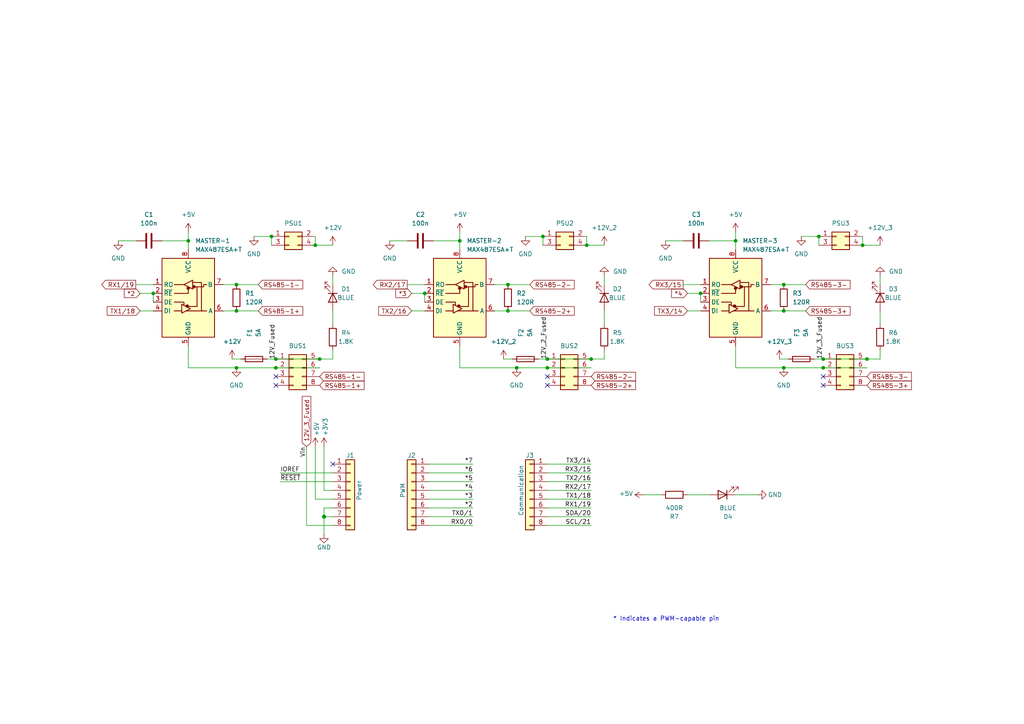
<source format=kicad_sch>
(kicad_sch (version 20211123) (generator eeschema)
  (paper "A4")
  (title_block (date "mar. 31 mars 2015"))
  (lib_symbols
    (symbol "+12V_1" (power) (pin_names (offset 0))
      (property "Value" "+12V" (at 0 5.08 0))
      (symbol "+12V_1_0_1"
        (polyline (pts (xy -0.762 1.27) (xy 0 2.54)))
        (polyline (pts (xy 0 0) (xy 0 2.54)))
        (polyline (pts (xy 0 2.54) (xy 0.762 1.27)))
      )
      (symbol "+12V_1_1_1"
        (pin power_in line (at 0 0 90) (length 0) hide (name "+12V_2") (number "1"))
      )
    )
    (symbol "+12V_2" (power) (pin_names (offset 0))
      (property "Value" "+12V_2" (at 0 5.08 0))
      (symbol "+12V_2_0_1"
        (polyline (pts (xy -0.762 1.27) (xy 0 2.54)))
        (polyline (pts (xy 0 0) (xy 0 2.54)))
        (polyline (pts (xy 0 2.54) (xy 0.762 1.27)))
      )
      (symbol "+12V_2_1_1"
        (pin power_in line (at 0 0 90) (length 0) hide (name "+12V_2") (number "1"))
      )
    )
    (symbol "+12V_3" (power) (pin_names (offset 0))
      (property "Value" "+12V_3" (at 0 5.08 0))
      (symbol "+12V_3_0_1"
        (polyline (pts (xy -0.762 1.27) (xy 0 2.54)))
        (polyline (pts (xy 0 0) (xy 0 2.54)))
        (polyline (pts (xy 0 2.54) (xy 0.762 1.27)))
      )
      (symbol "+12V_3_1_1"
        (pin power_in line (at 0 0 90) (length 0) hide (name "+12V_3") (number "1"))
      )
    )
    (symbol "+12V_4" (power) (pin_names (offset 0))
      (property "Value" "+12V_4" (at 0 5.08 0))
      (symbol "+12V_4_0_1"
        (polyline (pts (xy -0.762 1.27) (xy 0 2.54)))
        (polyline (pts (xy 0 0) (xy 0 2.54)))
        (polyline (pts (xy 0 2.54) (xy 0.762 1.27)))
      )
      (symbol "+12V_4_1_1"
        (pin power_in line (at 0 0 90) (length 0) hide (name "+12V_3") (number "1"))
      )
    )
    (symbol "A10:MAX487CPA+"
      (property "Reference" "U" (at -6.096 11.43 0))
      (property "Value" "MAX487CPA+" (at 0.762 11.43 0))
      (symbol "MAX487CPA+_0_1"
        (rectangle (start -7.62 10.16) (end 7.62 -12.7) (stroke (width 0.254)) (fill (type background)))
        (circle (center -0.3048 -3.683) (radius 0.3556) (stroke (width 0.254)) (fill (type outline)))
        (circle (center -0.0254 1.4986) (radius 0.3556) (stroke (width 0.254)) (fill (type outline)))
        (polyline (pts (xy -4.064 -5.08) (xy -1.905 -5.08)) (stroke (width 0.254)))
        (polyline (pts (xy -4.064 2.54) (xy -1.27 2.54)) (stroke (width 0.254)))
        (polyline (pts (xy -1.27 -3.2004) (xy -1.27 -3.4544)) (stroke (width 0.254)))
        (polyline (pts (xy -0.635 -5.08) (xy 5.334 -5.08)) (stroke (width 0.254)))
        (polyline (pts (xy -4.064 -2.54) (xy -1.27 -2.54) (xy -1.27 -3.175)) (stroke (width 0.254)))
        (polyline (pts (xy 0 1.27) (xy 0 0) (xy -4.064 0)) (stroke (width 0.254)))
        (polyline (pts (xy 1.27 3.175) (xy 3.81 3.175) (xy 3.81 -5.08)) (stroke (width 0.254)))
        (polyline (pts (xy 2.54 1.905) (xy 2.54 -3.81) (xy 0 -3.81)) (stroke (width 0.254)))
        (polyline (pts (xy -1.905 -3.175) (xy -1.905 -5.715) (xy 0.635 -4.445) (xy -1.905 -3.175)) (stroke (width 0.254)))
        (polyline (pts (xy -1.27 2.54) (xy 1.27 3.81) (xy 1.27 1.27) (xy -1.27 2.54)) (stroke (width 0.254)))
        (polyline (pts (xy 1.905 1.905) (xy 4.445 1.905) (xy 4.445 2.54) (xy 5.334 2.54)) (stroke (width 0.254)))
        (rectangle (start 1.27 3.175) (end 1.27 3.175))
        (circle (center 1.651 1.905) (radius 0.3556) (stroke (width 0.254)) (fill (type outline)))
      )
      (symbol "MAX487CPA+_1_1"
        (pin output line (at -10.16 2.54 0) (length 2.54) (name "RO") (number "1"))
        (pin input line (at -10.16 0 0) (length 2.54) (name "~{RE}") (number "2"))
        (pin input line (at -10.16 -2.54 0) (length 2.54) (name "DE") (number "3"))
        (pin input line (at -10.16 -5.08 0) (length 2.54) (name "DI") (number "4"))
        (pin power_in line (at 0 -15.24 90) (length 2.54) (name "GND") (number "5"))
        (pin bidirectional line (at 10.16 -5.08 180) (length 2.54) (name "A") (number "6"))
        (pin bidirectional line (at 10.16 2.54 180) (length 2.54) (name "B") (number "7"))
        (pin power_in line (at 0 12.7 270) (length 2.54) (name "VCC") (number "8"))
      )
    )
    (symbol "Connector_Generic:Conn_01x08" (pin_names (offset 1.016) hide)
      (property "Reference" "J" (at 0 10.16 0))
      (property "Value" "Conn_01x08" (at 0 -12.7 0))
      (symbol "Conn_01x08_1_1"
        (rectangle (start -1.27 -10.033) (end 0 -10.287) (stroke (width 0.1524)))
        (rectangle (start -1.27 -7.493) (end 0 -7.747) (stroke (width 0.1524)))
        (rectangle (start -1.27 -4.953) (end 0 -5.207) (stroke (width 0.1524)))
        (rectangle (start -1.27 -2.413) (end 0 -2.667) (stroke (width 0.1524)))
        (rectangle (start -1.27 0.127) (end 0 -0.127) (stroke (width 0.1524)))
        (rectangle (start -1.27 2.667) (end 0 2.413) (stroke (width 0.1524)))
        (rectangle (start -1.27 5.207) (end 0 4.953) (stroke (width 0.1524)))
        (rectangle (start -1.27 7.747) (end 0 7.493) (stroke (width 0.1524)))
        (rectangle (start -1.27 8.89) (end 1.27 -11.43) (stroke (width 0.254)) (fill (type background)))
        (pin passive line (at -5.08 7.62 0) (length 3.81) (name "Pin_1") (number "1"))
        (pin passive line (at -5.08 5.08 0) (length 3.81) (name "Pin_2") (number "2"))
        (pin passive line (at -5.08 2.54 0) (length 3.81) (name "Pin_3") (number "3"))
        (pin passive line (at -5.08 0 0) (length 3.81) (name "Pin_4") (number "4"))
        (pin passive line (at -5.08 -2.54 0) (length 3.81) (name "Pin_5") (number "5"))
        (pin passive line (at -5.08 -5.08 0) (length 3.81) (name "Pin_6") (number "6"))
        (pin passive line (at -5.08 -7.62 0) (length 3.81) (name "Pin_7") (number "7"))
        (pin passive line (at -5.08 -10.16 0) (length 3.81) (name "Pin_8") (number "8"))
      )
    )
    (symbol "Connector_Generic:Conn_02x02_Odd_Even" (pin_names (offset 1.016) hide)
      (property "Reference" "J" (at 1.27 2.54 0))
      (property "Value" "Conn_02x02_Odd_Even" (at 1.27 -5.08 0))
      (symbol "Conn_02x02_Odd_Even_1_1"
        (rectangle (start -1.27 -2.413) (end 0 -2.667) (stroke (width 0.1524)))
        (rectangle (start -1.27 0.127) (end 0 -0.127) (stroke (width 0.1524)))
        (rectangle (start -1.27 1.27) (end 3.81 -3.81) (stroke (width 0.254)) (fill (type background)))
        (rectangle (start 3.81 -2.413) (end 2.54 -2.667) (stroke (width 0.1524)))
        (rectangle (start 3.81 0.127) (end 2.54 -0.127) (stroke (width 0.1524)))
        (pin passive line (at -5.08 0 0) (length 3.81) (name "Pin_1") (number "1"))
        (pin passive line (at 7.62 0 180) (length 3.81) (name "Pin_2") (number "2"))
        (pin passive line (at -5.08 -2.54 0) (length 3.81) (name "Pin_3") (number "3"))
        (pin passive line (at 7.62 -2.54 180) (length 3.81) (name "Pin_4") (number "4"))
      )
    )
    (symbol "Connector_Generic:Conn_02x04_Top_Bottom" (pin_names (offset 1.016) hide)
      (property "Reference" "J" (at 1.27 5.08 0))
      (property "Value" "Conn_02x04_Top_Bottom" (at 1.27 -7.62 0))
      (symbol "Conn_02x04_Top_Bottom_1_1"
        (rectangle (start -1.27 -4.953) (end 0 -5.207) (stroke (width 0.1524)))
        (rectangle (start -1.27 -2.413) (end 0 -2.667) (stroke (width 0.1524)))
        (rectangle (start -1.27 0.127) (end 0 -0.127) (stroke (width 0.1524)))
        (rectangle (start -1.27 2.667) (end 0 2.413) (stroke (width 0.1524)))
        (rectangle (start -1.27 3.81) (end 3.81 -6.35) (stroke (width 0.254)) (fill (type background)))
        (rectangle (start 3.81 -4.953) (end 2.54 -5.207) (stroke (width 0.1524)))
        (rectangle (start 3.81 -2.413) (end 2.54 -2.667) (stroke (width 0.1524)))
        (rectangle (start 3.81 0.127) (end 2.54 -0.127) (stroke (width 0.1524)))
        (rectangle (start 3.81 2.667) (end 2.54 2.413) (stroke (width 0.1524)))
        (pin passive line (at -5.08 2.54 0) (length 3.81) (name "Pin_1") (number "1"))
        (pin passive line (at -5.08 0 0) (length 3.81) (name "Pin_2") (number "2"))
        (pin passive line (at -5.08 -2.54 0) (length 3.81) (name "Pin_3") (number "3"))
        (pin passive line (at -5.08 -5.08 0) (length 3.81) (name "Pin_4") (number "4"))
        (pin passive line (at 7.62 2.54 180) (length 3.81) (name "Pin_5") (number "5"))
        (pin passive line (at 7.62 0 180) (length 3.81) (name "Pin_6") (number "6"))
        (pin passive line (at 7.62 -2.54 180) (length 3.81) (name "Pin_7") (number "7"))
        (pin passive line (at 7.62 -5.08 180) (length 3.81) (name "Pin_8") (number "8"))
      )
    )
    (symbol "Device:C" (pin_numbers hide) (pin_names (offset 0.254))
      (property "Reference" "C" (at 0.635 2.54 0))
      (property "Value" "C" (at 0.635 -2.54 0))
      (symbol "C_0_1"
        (polyline (pts (xy -2.032 -0.762) (xy 2.032 -0.762)) (stroke (width 0.508)))
        (polyline (pts (xy -2.032 0.762) (xy 2.032 0.762)) (stroke (width 0.508)))
      )
      (symbol "C_1_1"
        (pin passive line (at 0 3.81 270) (length 2.794) (name "~") (number "1"))
        (pin passive line (at 0 -3.81 90) (length 2.794) (name "~") (number "2"))
      )
    )
    (symbol "Device:Fuse" (pin_numbers hide) (pin_names (offset 0))
      (property "Reference" "F" (at 2.032 0 90))
      (property "Value" "Fuse" (at -1.905 0 90))
      (symbol "Fuse_0_1"
        (rectangle (start -0.762 -2.54) (end 0.762 2.54) (stroke (width 0.254)))
        (polyline (pts (xy 0 2.54) (xy 0 -2.54)))
      )
      (symbol "Fuse_1_1"
        (pin passive line (at 0 3.81 270) (length 1.27) (name "~") (number "1"))
        (pin passive line (at 0 -3.81 90) (length 1.27) (name "~") (number "2"))
      )
    )
    (symbol "Device:LED" (pin_numbers hide) (pin_names (offset 1.016) hide)
      (property "Reference" "D" (at 0 2.54 0))
      (property "Value" "LED" (at 0 -2.54 0))
      (symbol "LED_0_1"
        (polyline (pts (xy -1.27 -1.27) (xy -1.27 1.27)) (stroke (width 0.254)))
        (polyline (pts (xy -1.27 0) (xy 1.27 0)))
        (polyline (pts (xy 1.27 -1.27) (xy 1.27 1.27) (xy -1.27 0) (xy 1.27 -1.27)) (stroke (width 0.254)))
        (polyline (pts (xy -3.048 -0.762) (xy -4.572 -2.286) (xy -3.81 -2.286) (xy -4.572 -2.286) (xy -4.572 -1.524)))
        (polyline (pts (xy -1.778 -0.762) (xy -3.302 -2.286) (xy -2.54 -2.286) (xy -3.302 -2.286) (xy -3.302 -1.524)))
      )
      (symbol "LED_1_1"
        (pin passive line (at -3.81 0 0) (length 2.54) (name "K") (number "1"))
        (pin passive line (at 3.81 0 180) (length 2.54) (name "A") (number "2"))
      )
    )
    (symbol "Device:R" (pin_numbers hide) (pin_names (offset 0))
      (property "Reference" "R" (at 2.032 0 90))
      (property "Value" "R" (at 0 0 90))
      (symbol "R_0_1"
        (rectangle (start -1.016 -2.54) (end 1.016 2.54) (stroke (width 0.254)))
      )
      (symbol "R_1_1"
        (pin passive line (at 0 3.81 270) (length 1.27) (name "~") (number "1"))
        (pin passive line (at 0 -3.81 90) (length 1.27) (name "~") (number "2"))
      )
    )
    (symbol "power:+12V" (power) (pin_names (offset 0))
      (property "Value" "+12V" (at 0 3.556 0))
      (symbol "+12V_0_1"
        (polyline (pts (xy -0.762 1.27) (xy 0 2.54)))
        (polyline (pts (xy 0 0) (xy 0 2.54)))
        (polyline (pts (xy 0 2.54) (xy 0.762 1.27)))
      )
      (symbol "+12V_1_1"
        (pin power_in line (at 0 0 90) (length 0) hide (name "+12V") (number "1"))
      )
    )
    (symbol "power:+3V3" (power) (pin_names (offset 0))
      (property "Value" "+3V3" (at 0 3.556 0))
      (symbol "+3V3_0_1"
        (polyline (pts (xy -0.762 1.27) (xy 0 2.54)))
        (polyline (pts (xy 0 0) (xy 0 2.54)))
        (polyline (pts (xy 0 2.54) (xy 0.762 1.27)))
      )
      (symbol "+3V3_1_1"
        (pin power_in line (at 0 0 90) (length 0) hide (name "+3V3") (number "1"))
      )
    )
    (symbol "power:+5V" (power) (pin_names (offset 0))
      (property "Value" "+5V" (at 0 3.556 0))
      (symbol "+5V_0_1"
        (polyline (pts (xy -0.762 1.27) (xy 0 2.54)))
        (polyline (pts (xy 0 0) (xy 0 2.54)))
        (polyline (pts (xy 0 2.54) (xy 0.762 1.27)))
      )
      (symbol "+5V_1_1"
        (pin power_in line (at 0 0 90) (length 0) hide (name "+5V") (number "1"))
      )
    )
    (symbol "power:GND" (power) (pin_names (offset 0))
      (property "Value" "GND" (at 0 -3.81 0))
      (symbol "GND_0_1"
        (polyline (pts (xy 0 0) (xy 0 -1.27) (xy 1.27 -1.27) (xy 0 -2.54) (xy -1.27 -1.27) (xy 0 -1.27)))
      )
      (symbol "GND_1_1"
        (pin power_in line (at 0 0 270) (length 0) hide (name "GND") (number "1"))
      )
    )
  )
  (junction (at 80.01 106.68))
  (junction (at 123.19 85.09))
  (junction (at 80.01 104.14))
  (junction (at 171.45 104.14))
  (junction (at 44.45 85.09))
  (junction (at 238.76 106.68))
  (junction (at 149.86 106.68))
  (junction (at 158.75 106.68))
  (junction (at 68.58 90.17))
  (junction (at 93.98 149.86) (diameter 1.016))
  (junction (at 68.58 82.55))
  (junction (at 158.75 104.14))
  (junction (at 78.74 68.58))
  (junction (at 237.49 68.58))
  (junction (at 157.48 68.58))
  (junction (at 68.58 106.68))
  (junction (at 54.61 69.85))
  (junction (at 203.2 85.09))
  (junction (at 91.44 71.12))
  (junction (at 227.33 82.55))
  (junction (at 133.35 69.85))
  (junction (at 147.32 82.55))
  (junction (at 238.76 104.14))
  (junction (at 147.32 90.17))
  (junction (at 227.33 90.17))
  (junction (at 251.46 104.14))
  (junction (at 250.19 71.12))
  (junction (at 170.18 71.12))
  (junction (at 92.71 104.14))
  (junction (at 213.36 69.85))
  (junction (at 227.33 106.68))
  (no_connect (at 80.01 109.22))
  (no_connect (at 158.75 111.76))
  (no_connect (at 238.76 109.22))
  (no_connect (at 158.75 109.22))
  (no_connect (at 96.52 134.62))
  (no_connect (at 80.01 111.76))
  (no_connect (at 238.76 111.76))
  (wire (pts (xy 251.46 104.14) (xy 255.27 104.14)))
  (wire (pts (xy 124.46 152.4) (xy 137.16 152.4)))
  (wire (pts (xy 73.66 68.58) (xy 78.74 68.58)))
  (wire (pts (xy 250.19 71.12) (xy 255.27 71.12)))
  (wire (pts (xy 146.05 104.14) (xy 148.59 104.14)))
  (wire (pts (xy 213.36 69.85) (xy 213.36 72.39)))
  (wire (pts (xy 250.19 68.58) (xy 250.19 71.12)))
  (wire (pts (xy 255.27 90.17) (xy 255.27 93.98)))
  (wire (pts (xy 170.18 68.58) (xy 170.18 71.12)))
  (wire (pts (xy 92.71 104.14) (xy 96.52 104.14)))
  (wire (pts (xy 125.73 69.85) (xy 133.35 69.85)))
  (wire (pts (xy 68.58 106.68) (xy 80.01 106.68)))
  (wire (pts (xy 158.75 139.7) (xy 171.45 139.7)))
  (wire (pts (xy 93.98 147.32) (xy 93.98 149.86)))
  (wire (pts (xy 198.12 82.55) (xy 203.2 82.55)))
  (wire (pts (xy 205.74 143.51) (xy 199.39 143.51)))
  (wire (pts (xy 133.35 69.85) (xy 133.35 72.39)))
  (wire (pts (xy 44.45 85.09) (xy 44.45 87.63)))
  (wire (pts (xy 80.01 104.14) (xy 92.71 104.14)))
  (wire (pts (xy 193.04 69.85) (xy 198.12 69.85)))
  (wire (pts (xy 93.98 149.86) (xy 93.98 154.94)))
  (wire (pts (xy 143.51 82.55) (xy 147.32 82.55)))
  (wire (pts (xy 93.98 142.24) (xy 96.52 142.24)))
  (wire (pts (xy 91.44 144.78) (xy 96.52 144.78)))
  (wire (pts (xy 91.44 129.54) (xy 91.44 144.78)))
  (wire (pts (xy 118.11 82.55) (xy 123.19 82.55)))
  (wire (pts (xy 255.27 104.14) (xy 255.27 101.6)))
  (wire (pts (xy 80.01 106.68) (xy 92.71 106.68)))
  (wire (pts (xy 93.98 129.54) (xy 93.98 142.24)))
  (wire (pts (xy 124.46 134.62) (xy 137.16 134.62)))
  (wire (pts (xy 152.4 68.58) (xy 157.48 68.58)))
  (wire (pts (xy 158.75 106.68) (xy 171.45 106.68)))
  (wire (pts (xy 223.52 90.17) (xy 227.33 90.17)))
  (wire (pts (xy 124.46 137.16) (xy 137.16 137.16)))
  (wire (pts (xy 237.49 68.58) (xy 237.49 71.12)))
  (wire (pts (xy 133.35 100.33) (xy 133.35 106.68)))
  (wire (pts (xy 158.75 147.32) (xy 171.45 147.32)))
  (wire (pts (xy 96.52 90.17) (xy 96.52 93.98)))
  (wire (pts (xy 213.36 100.33) (xy 213.36 106.68)))
  (wire (pts (xy 213.36 106.68) (xy 227.33 106.68)))
  (wire (pts (xy 232.41 68.58) (xy 237.49 68.58)))
  (wire (pts (xy 175.26 104.14) (xy 175.26 101.6)))
  (wire (pts (xy 236.22 104.14) (xy 238.76 104.14)))
  (wire (pts (xy 147.32 90.17) (xy 153.67 90.17)))
  (wire (pts (xy 119.38 85.09) (xy 123.19 85.09)))
  (wire (pts (xy 199.39 85.09) (xy 203.2 85.09)))
  (wire (pts (xy 213.36 67.31) (xy 213.36 69.85)))
  (wire (pts (xy 124.46 142.24) (xy 137.16 142.24)))
  (wire (pts (xy 78.74 68.58) (xy 78.74 71.12)))
  (wire (pts (xy 226.06 104.14) (xy 228.6 104.14)))
  (wire (pts (xy 81.28 137.16) (xy 96.52 137.16)))
  (wire (pts (xy 54.61 67.31) (xy 54.61 69.85)))
  (wire (pts (xy 113.03 69.85) (xy 118.11 69.85)))
  (wire (pts (xy 227.33 106.68) (xy 238.76 106.68)))
  (wire (pts (xy 133.35 67.31) (xy 133.35 69.85)))
  (wire (pts (xy 158.75 137.16) (xy 171.45 137.16)))
  (wire (pts (xy 143.51 90.17) (xy 147.32 90.17)))
  (wire (pts (xy 54.61 69.85) (xy 54.61 72.39)))
  (wire (pts (xy 175.26 90.17) (xy 175.26 93.98)))
  (wire (pts (xy 219.71 143.51) (xy 213.36 143.51)))
  (wire (pts (xy 158.75 152.4) (xy 171.45 152.4)))
  (wire (pts (xy 238.76 104.14) (xy 251.46 104.14)))
  (wire (pts (xy 238.76 106.68) (xy 251.46 106.68)))
  (wire (pts (xy 54.61 100.33) (xy 54.61 106.68)))
  (wire (pts (xy 158.75 144.78) (xy 171.45 144.78)))
  (wire (pts (xy 34.29 69.85) (xy 39.37 69.85)))
  (wire (pts (xy 67.31 104.14) (xy 69.85 104.14)))
  (wire (pts (xy 149.86 106.68) (xy 158.75 106.68)))
  (wire (pts (xy 68.58 82.55) (xy 74.93 82.55)))
  (wire (pts (xy 81.28 139.7) (xy 96.52 139.7)))
  (wire (pts (xy 186.69 143.51) (xy 191.77 143.51)))
  (wire (pts (xy 158.75 134.62) (xy 171.45 134.62)))
  (wire (pts (xy 96.52 149.86) (xy 93.98 149.86)))
  (wire (pts (xy 133.35 106.68) (xy 149.86 106.68)))
  (wire (pts (xy 175.26 80.01) (xy 175.26 82.55)))
  (wire (pts (xy 199.39 90.17) (xy 203.2 90.17)))
  (wire (pts (xy 255.27 80.01) (xy 255.27 82.55)))
  (wire (pts (xy 91.44 71.12) (xy 96.52 71.12)))
  (wire (pts (xy 96.52 80.01) (xy 96.52 82.55)))
  (wire (pts (xy 96.52 152.4) (xy 88.9 152.4)))
  (wire (pts (xy 40.64 85.09) (xy 44.45 85.09)))
  (wire (pts (xy 91.44 68.58) (xy 91.44 71.12)))
  (wire (pts (xy 39.37 82.55) (xy 44.45 82.55)))
  (wire (pts (xy 123.19 85.09) (xy 123.19 87.63)))
  (wire (pts (xy 205.74 69.85) (xy 213.36 69.85)))
  (wire (pts (xy 227.33 82.55) (xy 233.68 82.55)))
  (wire (pts (xy 64.77 90.17) (xy 68.58 90.17)))
  (wire (pts (xy 158.75 142.24) (xy 171.45 142.24)))
  (wire (pts (xy 227.33 90.17) (xy 233.68 90.17)))
  (wire (pts (xy 96.52 147.32) (xy 93.98 147.32)))
  (wire (pts (xy 157.48 68.58) (xy 157.48 71.12)))
  (wire (pts (xy 124.46 139.7) (xy 137.16 139.7)))
  (wire (pts (xy 203.2 85.09) (xy 203.2 87.63)))
  (wire (pts (xy 96.52 104.14) (xy 96.52 101.6)))
  (wire (pts (xy 158.75 149.86) (xy 171.45 149.86)))
  (wire (pts (xy 68.58 90.17) (xy 74.93 90.17)))
  (wire (pts (xy 54.61 106.68) (xy 68.58 106.68)))
  (wire (pts (xy 77.47 104.14) (xy 80.01 104.14)))
  (wire (pts (xy 46.99 69.85) (xy 54.61 69.85)))
  (wire (pts (xy 170.18 71.12) (xy 175.26 71.12)))
  (wire (pts (xy 171.45 104.14) (xy 175.26 104.14)))
  (wire (pts (xy 64.77 82.55) (xy 68.58 82.55)))
  (wire (pts (xy 147.32 82.55) (xy 153.67 82.55)))
  (wire (pts (xy 124.46 147.32) (xy 137.16 147.32)))
  (wire (pts (xy 40.64 90.17) (xy 44.45 90.17)))
  (wire (pts (xy 124.46 144.78) (xy 137.16 144.78)))
  (wire (pts (xy 119.38 90.17) (xy 123.19 90.17)))
  (wire (pts (xy 124.46 149.86) (xy 137.16 149.86)))
  (wire (pts (xy 88.9 152.4) (xy 88.9 129.54)))
  (wire (pts (xy 156.21 104.14) (xy 158.75 104.14)))
  (wire (pts (xy 223.52 82.55) (xy 227.33 82.55)))
  (wire (pts (xy 158.75 104.14) (xy 171.45 104.14)))
  (text "* Indicates a PWM-capable pin" (at 177.8 180.34 0) (effects (font (size 1.27 1.27)) (justify left bottom)))
  (label "RX0{slash}0" (at 137.16 152.4 180))
  (label "RX2{slash}17" (at 171.45 142.24 180))
  (label "*4" (at 137.16 142.24 180))
  (label "SDA{slash}20" (at 171.45 149.86 180))
  (label "*2" (at 137.16 147.32 180))
  (label "TX1{slash}18" (at 171.45 144.78 180))
  (label "~{RESET}" (at 81.28 139.7 0))
  (label "12V_2_Fused" (at 158.75 104.14 90))
  (label "*7" (at 137.16 134.62 180))
  (label "*3" (at 137.16 144.78 180))
  (label "TX0{slash}1" (at 137.16 149.86 180))
  (label "RX1{slash}19" (at 171.45 147.32 180))
  (label "Vin" (at 88.9 129.54 270))
  (label "12V_Fused" (at 80.01 104.14 90))
  (label "*6" (at 137.16 137.16 180))
  (label "TX2{slash}16" (at 171.45 139.7 180))
  (label "12V_3_Fused" (at 238.76 104.14 90))
  (label "*5" (at 137.16 139.7 180))
  (label "IOREF" (at 81.28 137.16 0))
  (label "RX3{slash}15" (at 171.45 137.16 180))
  (label "TX3{slash}14" (at 171.45 134.62 180))
  (label "SCL{slash}21" (at 171.45 152.4 180))
  (global_label "RS485-1+" (shape input) (at 92.71 111.76 0) (property "Intersheet References" "${INTERSHEET_REFS}" (effects hide)))
  (global_label "RS485-3-" (shape input) (at 233.68 82.55 0) (property "Intersheet References" "${INTERSHEET_REFS}" (effects hide)))
  (global_label "RX3{slash}15" (shape output) (at 198.12 82.55 180) (property "Intersheet References" "${INTERSHEET_REFS}" (effects hide)))
  (global_label "RS485-3-" (shape input) (at 251.46 109.22 0) (property "Intersheet References" "${INTERSHEET_REFS}" (effects hide)))
  (global_label "RS485-1+" (shape input) (at 74.93 90.17 0) (property "Intersheet References" "${INTERSHEET_REFS}" (effects hide)))
  (global_label "12V_3_Fused" (shape input) (at 88.9 129.54 90) (property "Intersheet References" "${INTERSHEET_REFS}" (effects hide)))
  (global_label "TX3{slash}14" (shape input) (at 199.39 90.17 180) (property "Intersheet References" "${INTERSHEET_REFS}" (effects hide)))
  (global_label "*2" (shape input) (at 40.64 85.09 180) (property "Intersheet References" "${INTERSHEET_REFS}" (effects hide)))
  (global_label "RS485-2-" (shape input) (at 153.67 82.55 0) (property "Intersheet References" "${INTERSHEET_REFS}" (effects hide)))
  (global_label "*4" (shape input) (at 199.39 85.09 180) (property "Intersheet References" "${INTERSHEET_REFS}" (effects hide)))
  (global_label "RS485-2-" (shape input) (at 171.45 109.22 0) (property "Intersheet References" "${INTERSHEET_REFS}" (effects hide)))
  (global_label "RS485-2+" (shape input) (at 153.67 90.17 0) (property "Intersheet References" "${INTERSHEET_REFS}" (effects hide)))
  (global_label "RS485-3+" (shape input) (at 233.68 90.17 0) (property "Intersheet References" "${INTERSHEET_REFS}" (effects hide)))
  (global_label "RX2{slash}17" (shape output) (at 118.11 82.55 180) (property "Intersheet References" "${INTERSHEET_REFS}" (effects hide)))
  (global_label "TX1{slash}18" (shape input) (at 40.64 90.17 180) (property "Intersheet References" "${INTERSHEET_REFS}" (effects hide)))
  (global_label "*3" (shape input) (at 119.38 85.09 180) (property "Intersheet References" "${INTERSHEET_REFS}" (effects hide)))
  (global_label "TX2{slash}16" (shape input) (at 119.38 90.17 180) (property "Intersheet References" "${INTERSHEET_REFS}" (effects hide)))
  (global_label "RS485-2+" (shape input) (at 171.45 111.76 0) (property "Intersheet References" "${INTERSHEET_REFS}" (effects hide)))
  (global_label "RX1{slash}19" (shape output) (at 39.37 82.55 180) (property "Intersheet References" "${INTERSHEET_REFS}" (effects hide)))
  (global_label "RS485-3+" (shape input) (at 251.46 111.76 0) (property "Intersheet References" "${INTERSHEET_REFS}" (effects hide)))
  (global_label "RS485-1-" (shape input) (at 92.71 109.22 0) (property "Intersheet References" "${INTERSHEET_REFS}" (effects hide)))
  (global_label "RS485-1-" (shape input) (at 74.93 82.55 0) (property "Intersheet References" "${INTERSHEET_REFS}" (effects hide)))
  (symbol (lib_id "Connector_Generic:Conn_01x08") (at 101.6 142.24 0) (unit 1)
    (property "Reference" "J1" (at 101.6 132.08 0))
    (property "Value" "Power" (at 104.14 142.24 90))
    (property "Footprint" "Connector_PinHeader_2.54mm:PinHeader_1x08_P2.54mm_Vertical" (effects hide))
    (property "LCSC" "C124381" (effects hide))
  )
  (symbol (lib_id "power:+3V3") (at 93.98 129.54 0) (unit 1)
    (property "Reference" "#PWR03" (effects hide))
    (property "Value" "+3.3V" (at 94.361 126.492 90) (effects (justify left)))
  )
  (symbol (lib_id "power:+5V") (at 91.44 129.54 0) (unit 1)
    (property "Reference" "#PWR02" (effects hide))
    (property "Value" "+5V" (at 91.7956 126.492 90) (effects (justify left)))
  )
  (symbol (lib_id "power:GND") (at 93.98 154.94 0) (unit 1)
    (property "Reference" "#PWR04" (effects hide))
    (property "Value" "GND" (at 93.98 158.75 0))
  )
  (symbol (lib_id "Connector_Generic:Conn_01x08") (at 119.38 142.24 0) (mirror y) (unit 1)
    (property "Reference" "J2" (at 119.38 132.08 0))
    (property "Value" "PWM" (at 116.84 142.24 90))
    (property "Footprint" "Connector_PinHeader_2.54mm:PinHeader_1x08_P2.54mm_Vertical" (effects hide))
    (property "LCSC" "C124381" (effects hide))
  )
  (symbol (lib_id "Connector_Generic:Conn_01x08") (at 153.67 142.24 0) (mirror y) (unit 1)
    (property "Reference" "J3" (at 153.67 132.08 0))
    (property "Value" "Communication" (at 151.13 142.24 90))
    (property "Footprint" "Connector_PinHeader_2.54mm:PinHeader_1x08_P2.54mm_Vertical" (effects hide))
    (property "LCSC" "C124381" (effects hide))
  )
  (symbol (lib_id "A10:MAX487CPA+") (at 133.35 85.09 0) (unit 1)
    (property "Reference" "MASTER-2" (at 135.3694 69.85 0) (effects (justify left)))
    (property "Value" "MAX487ESA+T" (at 135.3694 72.39 0) (effects (justify left)))
    (property "Footprint" "JLCPCB:SOIC-8_L5.0-W4.0-P1.27-LS6.0-BL" (effects hide))
    (property "Datasheet" "https://datasheets.maximintegrated.com/en/ds/MAX1487E-MAX491E.pdf" (effects hide))
    (property "LCSC" "C9953" (effects hide))
  )
  (symbol (lib_id "Device:LED") (at 175.26 86.36 270) (unit 1)
    (property "Reference" "D2" (at 179.07 83.82 90))
    (property "Value" "BLUE" (at 179.07 86.36 90))
    (property "Footprint" "LED_SMD:LED_0603_1608Metric" (effects hide))
    (property "LCSC" "C72041" (effects hide))
  )
  (symbol (lib_id "Device:Fuse") (at 73.66 104.14 90) (unit 1) (in_bom no)
    (property "Reference" "F1" (at 72.3899 97.79 0) (effects (justify left)))
    (property "Value" "5A" (at 74.9299 97.79 0) (effects (justify left)))
    (property "Footprint" "A10 KiCad Libraries:FUSE_BK-6013" (effects hide))
    (property "LCSC" "C492610" (effects hide))
  )
  (symbol (lib_id "Connector_Generic:Conn_02x02_Odd_Even") (at 83.82 68.58 0) (unit 1) (in_bom no)
    (property "Reference" "PSU1" (at 85.09 64.77 0))
    (property "Value" "Conn_02x02_Top_Bottom" (effects hide))
    (property "Footprint" "JLCPCB:CONN-TH_0430450400" (effects hide))
  )
  (symbol (lib_id "Device:R") (at 195.58 143.51 270) (unit 1)
    (property "Reference" "R7" (at 195.58 149.86 90))
    (property "Value" "400R" (at 195.58 147.32 90))
    (property "Footprint" "Resistor_SMD:R_0805_2012Metric" (effects hide))
    (property "LCSC" "C17655" (effects hide))
  )
  (symbol (lib_id "power:+12V") (at 67.31 104.14 0) (unit 1)
    (property "Reference" "#PWR020" (effects hide))
    (property "Value" "+12V" (at 67.31 99.06 0))
  )
  (symbol (lib_id "A10:MAX487CPA+") (at 213.36 85.09 0) (unit 1)
    (property "Reference" "MASTER-3" (at 215.3794 69.85 0) (effects (justify left)))
    (property "Value" "MAX487ESA+T" (at 215.3794 72.39 0) (effects (justify left)))
    (property "Footprint" "JLCPCB:SOIC-8_L5.0-W4.0-P1.27-LS6.0-BL" (effects hide))
    (property "Datasheet" "https://datasheets.maximintegrated.com/en/ds/MAX1487E-MAX491E.pdf" (effects hide))
    (property "LCSC" "C9953" (effects hide))
  )
  (symbol (lib_id "power:GND") (at 149.86 106.68 0) (unit 1)
    (property "Reference" "#PWR024" (effects hide))
    (property "Value" "GND" (at 149.86 111.76 0))
  )
  (symbol (lib_id "Connector_Generic:Conn_02x04_Top_Bottom") (at 243.84 106.68 0) (unit 1)
    (property "Reference" "BUS3" (at 245.11 100.33 0))
    (property "Value" "Conn_02x04_Top_Bottom" (effects hide))
    (property "Footprint" "JLCPCB:CONN-TH_430450812" (effects hide))
    (property "LCSC" "C277661" (effects hide))
  )
  (symbol (lib_name "+12V_4") (lib_id "power:+12V") (at 226.06 104.14 0) (unit 1)
    (property "Reference" "#PWR022" (effects hide))
    (property "Value" "+12V" (at 226.06 99.06 0))
  )
  (symbol (lib_id "Device:C") (at 201.93 69.85 90) (unit 1)
    (property "Reference" "C3" (at 201.93 62.23 90))
    (property "Value" "100n" (at 201.93 64.77 90))
    (property "Footprint" "JLCPCB:C0402" (effects hide))
    (property "LCSC" "C1525" (effects hide))
  )
  (symbol (lib_id "power:GND") (at 113.03 69.85 0) (unit 1)
    (property "Reference" "#PWR015" (effects hide))
    (property "Value" "GND" (at 113.03 74.93 0))
  )
  (symbol (lib_id "power:+5V") (at 186.69 143.51 90) (unit 1)
    (property "Reference" "#PWR026" (effects hide))
    (property "Value" "+5V" (at 183.642 143.1544 90) (effects (justify left)))
  )
  (symbol (lib_id "Connector_Generic:Conn_02x04_Top_Bottom") (at 85.09 106.68 0) (unit 1)
    (property "Reference" "BUS1" (at 86.36 100.33 0))
    (property "Value" "Conn_02x04_Top_Bottom" (effects hide))
    (property "Footprint" "JLCPCB:CONN-TH_430450812" (effects hide))
    (property "LCSC" "C277661" (effects hide))
  )
  (symbol (lib_id "Device:R") (at 147.32 86.36 0) (unit 1)
    (property "Reference" "R2" (at 149.86 85.0899 0) (effects (justify left)))
    (property "Value" "120R" (at 149.86 87.6299 0) (effects (justify left)))
    (property "Footprint" "Resistor_SMD:R_0805_2012Metric" (effects hide))
    (property "LCSC" "C17437" (effects hide))
  )
  (symbol (lib_id "power:GND") (at 175.26 80.01 180) (unit 1)
    (property "Reference" "#PWR0102" (effects hide))
    (property "Value" "GND" (at 177.8 78.7399 0) (effects (justify right)))
  )
  (symbol (lib_id "Device:Fuse") (at 152.4 104.14 90) (unit 1) (in_bom no)
    (property "Reference" "F2" (at 151.1299 97.79 0) (effects (justify left)))
    (property "Value" "5A" (at 153.6699 97.79 0) (effects (justify left)))
    (property "Footprint" "A10 KiCad Libraries:FUSE_BK-6013" (effects hide))
    (property "LCSC" "C492610" (effects hide))
  )
  (symbol (lib_id "power:GND") (at 219.71 143.51 90) (unit 1)
    (property "Reference" "#PWR027" (effects hide))
    (property "Value" "GND" (at 224.79 143.51 90))
  )
  (symbol (lib_id "Connector_Generic:Conn_02x02_Odd_Even") (at 162.56 68.58 0) (unit 1) (in_bom no)
    (property "Reference" "PSU2" (at 163.83 64.77 0))
    (property "Value" "Conn_02x02_Top_Bottom" (effects hide))
    (property "Footprint" "JLCPCB:CONN-TH_0430450400" (effects hide))
  )
  (symbol (lib_id "Device:LED") (at 209.55 143.51 180) (unit 1)
    (property "Reference" "D4" (at 211.1375 149.86 0))
    (property "Value" "BLUE" (at 211.1375 147.32 0))
    (property "Footprint" "LED_SMD:LED_0603_1608Metric" (effects hide))
    (property "LCSC" "C72041" (effects hide))
  )
  (symbol (lib_id "power:+12V") (at 96.52 71.12 0) (unit 1)
    (property "Reference" "#PWR017" (effects hide))
    (property "Value" "+12V" (at 96.52 66.04 0))
  )
  (symbol (lib_id "power:+5V") (at 133.35 67.31 0) (unit 1)
    (property "Reference" "#PWR09" (effects hide))
    (property "Value" "+5V" (at 133.35 62.23 0))
  )
  (symbol (lib_id "power:+5V") (at 54.61 67.31 0) (unit 1)
    (property "Reference" "#PWR08" (effects hide))
    (property "Value" "+5V" (at 54.61 62.23 0))
  )
  (symbol (lib_id "power:GND") (at 152.4 68.58 0) (unit 1)
    (property "Reference" "#PWR012" (effects hide))
    (property "Value" "GND" (at 152.4 73.66 0))
  )
  (symbol (lib_id "Device:R") (at 96.52 97.79 0) (unit 1)
    (property "Reference" "R4" (at 100.33 96.52 0))
    (property "Value" "1.8K" (at 100.33 99.06 0))
    (property "Footprint" "Resistor_SMD:R_0805_2012Metric" (effects hide))
    (property "LCSC" "C17398" (effects hide))
  )
  (symbol (lib_id "power:GND") (at 34.29 69.85 0) (unit 1)
    (property "Reference" "#PWR014" (effects hide))
    (property "Value" "GND" (at 34.29 74.93 0))
  )
  (symbol (lib_id "Connector_Generic:Conn_02x04_Top_Bottom") (at 163.83 106.68 0) (unit 1)
    (property "Reference" "BUS2" (at 165.1 100.33 0))
    (property "Value" "Conn_02x04_Top_Bottom" (effects hide))
    (property "Footprint" "JLCPCB:CONN-TH_430450812" (effects hide))
    (property "LCSC" "C277661" (effects hide))
  )
  (symbol (lib_name "+12V_2") (lib_id "power:+12V") (at 146.05 104.14 0) (unit 1)
    (property "Reference" "#PWR021" (effects hide))
    (property "Value" "+12V" (at 146.05 99.06 0))
  )
  (symbol (lib_id "Device:R") (at 68.58 86.36 0) (unit 1)
    (property "Reference" "R1" (at 71.12 85.0899 0) (effects (justify left)))
    (property "Value" "120R" (at 71.12 87.6299 0) (effects (justify left)))
    (property "Footprint" "Resistor_SMD:R_0805_2012Metric" (effects hide))
    (property "LCSC" "C17437" (effects hide))
  )
  (symbol (lib_id "power:GND") (at 227.33 106.68 0) (unit 1)
    (property "Reference" "#PWR025" (effects hide))
    (property "Value" "GND" (at 227.33 111.76 0))
  )
  (symbol (lib_id "Device:Fuse") (at 232.41 104.14 90) (unit 1) (in_bom no)
    (property "Reference" "F3" (at 231.1399 97.79 0) (effects (justify left)))
    (property "Value" "5A" (at 233.6799 97.79 0) (effects (justify left)))
    (property "Footprint" "A10 KiCad Libraries:FUSE_BK-6013" (effects hide))
    (property "LCSC" "C492610" (effects hide))
  )
  (symbol (lib_id "power:GND") (at 73.66 68.58 0) (unit 1)
    (property "Reference" "#PWR011" (effects hide))
    (property "Value" "GND" (at 73.66 73.66 0))
  )
  (symbol (lib_name "+12V_1") (lib_id "power:+12V") (at 175.26 71.12 0) (unit 1)
    (property "Reference" "#PWR018" (effects hide))
    (property "Value" "+12V" (at 175.26 66.04 0))
  )
  (symbol (lib_id "power:GND") (at 193.04 69.85 0) (unit 1)
    (property "Reference" "#PWR016" (effects hide))
    (property "Value" "GND" (at 193.04 74.93 0))
  )
  (symbol (lib_id "Device:C") (at 121.92 69.85 90) (unit 1)
    (property "Reference" "C2" (at 121.92 62.23 90))
    (property "Value" "100n" (at 121.92 64.77 90))
    (property "Footprint" "JLCPCB:C0402" (effects hide))
    (property "LCSC" "C1525" (effects hide))
  )
  (symbol (lib_id "power:GND") (at 68.58 106.68 0) (unit 1)
    (property "Reference" "#PWR023" (effects hide))
    (property "Value" "GND" (at 68.58 111.76 0))
  )
  (symbol (lib_id "Device:C") (at 43.18 69.85 90) (unit 1)
    (property "Reference" "C1" (at 43.18 62.23 90))
    (property "Value" "100n" (at 43.18 64.77 90))
    (property "Footprint" "JLCPCB:C0402" (effects hide))
    (property "LCSC" "C1525" (effects hide))
  )
  (symbol (lib_id "Connector_Generic:Conn_02x02_Odd_Even") (at 242.57 68.58 0) (unit 1) (in_bom no)
    (property "Reference" "PSU3" (at 243.84 64.77 0))
    (property "Value" "Conn_02x02_Top_Bottom" (effects hide))
    (property "Footprint" "JLCPCB:CONN-TH_0430450400" (effects hide))
  )
  (symbol (lib_id "A10:MAX487CPA+") (at 54.61 85.09 0) (unit 1)
    (property "Reference" "MASTER-1" (at 56.6294 69.85 0) (effects (justify left)))
    (property "Value" "MAX487ESA+T" (at 56.6294 72.39 0) (effects (justify left)))
    (property "Footprint" "JLCPCB:SOIC-8_L5.0-W4.0-P1.27-LS6.0-BL" (effects hide))
    (property "Datasheet" "https://datasheets.maximintegrated.com/en/ds/MAX1487E-MAX491E.pdf" (effects hide))
    (property "LCSC" "C9953" (effects hide))
  )
  (symbol (lib_id "power:GND") (at 255.27 80.01 180) (unit 1)
    (property "Reference" "#PWR0103" (effects hide))
    (property "Value" "GND" (at 257.81 78.7399 0) (effects (justify right)))
  )
  (symbol (lib_name "+12V_3") (lib_id "power:+12V") (at 255.27 71.12 0) (unit 1)
    (property "Reference" "#PWR019" (effects hide))
    (property "Value" "+12V" (at 255.27 66.04 0))
  )
  (symbol (lib_id "Device:R") (at 227.33 86.36 0) (unit 1)
    (property "Reference" "R3" (at 229.87 85.0899 0) (effects (justify left)))
    (property "Value" "120R" (at 229.87 87.6299 0) (effects (justify left)))
    (property "Footprint" "Resistor_SMD:R_0805_2012Metric" (effects hide))
    (property "LCSC" "C17437" (effects hide))
  )
  (symbol (lib_id "power:GND") (at 96.52 80.01 180) (unit 1)
    (property "Reference" "#PWR0101" (effects hide))
    (property "Value" "GND" (at 99.06 78.7399 0) (effects (justify right)))
  )
  (symbol (lib_id "Device:R") (at 255.27 97.79 0) (unit 1)
    (property "Reference" "R6" (at 259.08 96.52 0))
    (property "Value" "1.8K" (at 259.08 99.06 0))
    (property "Footprint" "Resistor_SMD:R_0805_2012Metric" (effects hide))
    (property "LCSC" "C17398" (effects hide))
  )
  (symbol (lib_id "Device:LED") (at 255.27 86.36 270) (unit 1)
    (property "Reference" "D3" (at 259.08 83.82 90))
    (property "Value" "BLUE" (at 259.08 86.36 90))
    (property "Footprint" "LED_SMD:LED_0603_1608Metric" (effects hide))
    (property "LCSC" "C72041" (effects hide))
  )
  (symbol (lib_id "Device:LED") (at 96.52 86.36 270) (unit 1)
    (property "Reference" "D1" (at 100.33 83.82 90))
    (property "Value" "BLUE" (at 100.33 86.36 90))
    (property "Footprint" "LED_SMD:LED_0603_1608Metric" (effects hide))
    (property "LCSC" "C72041" (effects hide))
  )
  (symbol (lib_id "power:GND") (at 232.41 68.58 0) (unit 1)
    (property "Reference" "#PWR013" (effects hide))
    (property "Value" "GND" (at 232.41 73.66 0))
  )
  (symbol (lib_id "Device:R") (at 175.26 97.79 0) (unit 1)
    (property "Reference" "R5" (at 179.07 96.52 0))
    (property "Value" "1.8K" (at 179.07 99.06 0))
    (property "Footprint" "Resistor_SMD:R_0805_2012Metric" (effects hide))
    (property "LCSC" "C17398" (effects hide))
  )
  (symbol (lib_id "power:+5V") (at 213.36 67.31 0) (unit 1)
    (property "Reference" "#PWR010" (effects hide))
    (property "Value" "+5V" (at 213.36 62.23 0))
  )
)
</source>
